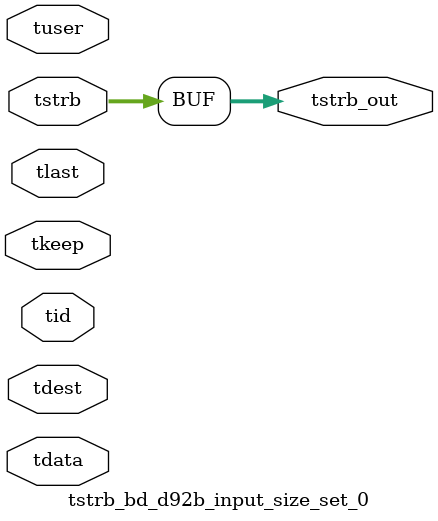
<source format=v>


`timescale 1ps/1ps

module tstrb_bd_d92b_input_size_set_0 #
(
parameter C_S_AXIS_TDATA_WIDTH = 32,
parameter C_S_AXIS_TUSER_WIDTH = 0,
parameter C_S_AXIS_TID_WIDTH   = 0,
parameter C_S_AXIS_TDEST_WIDTH = 0,
parameter C_M_AXIS_TDATA_WIDTH = 32
)
(
input  [(C_S_AXIS_TDATA_WIDTH == 0 ? 1 : C_S_AXIS_TDATA_WIDTH)-1:0     ] tdata,
input  [(C_S_AXIS_TUSER_WIDTH == 0 ? 1 : C_S_AXIS_TUSER_WIDTH)-1:0     ] tuser,
input  [(C_S_AXIS_TID_WIDTH   == 0 ? 1 : C_S_AXIS_TID_WIDTH)-1:0       ] tid,
input  [(C_S_AXIS_TDEST_WIDTH == 0 ? 1 : C_S_AXIS_TDEST_WIDTH)-1:0     ] tdest,
input  [(C_S_AXIS_TDATA_WIDTH/8)-1:0 ] tkeep,
input  [(C_S_AXIS_TDATA_WIDTH/8)-1:0 ] tstrb,
input                                                                    tlast,
output [(C_M_AXIS_TDATA_WIDTH/8)-1:0 ] tstrb_out
);

assign tstrb_out = {tstrb[7:0]};

endmodule


</source>
